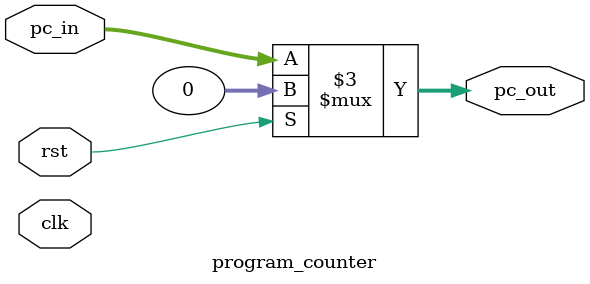
<source format=v>
module program_counter(
  input             clk,                
  input             rst, 
                 
  input      [31:0] pc_in,       
  
  output reg [31:0] pc_out 
);

always @(clk) begin
  if (rst) begin
    pc_out <= 32'b00;  
  end else begin
    pc_out <= pc_in;  
  end
end

endmodule
</source>
